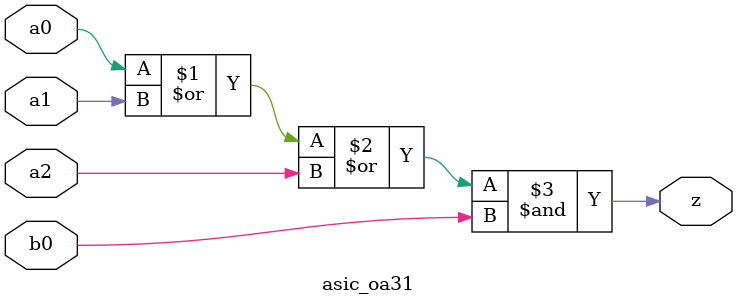
<source format=v>


module asic_oa31 #(parameter PROP = "DEFAULT")   (
    input  a0,
    input  a1,
    input  a2,
    input  b0,
    output z
    );

   assign z = (a0 | a1 | a2) & b0;

endmodule

</source>
